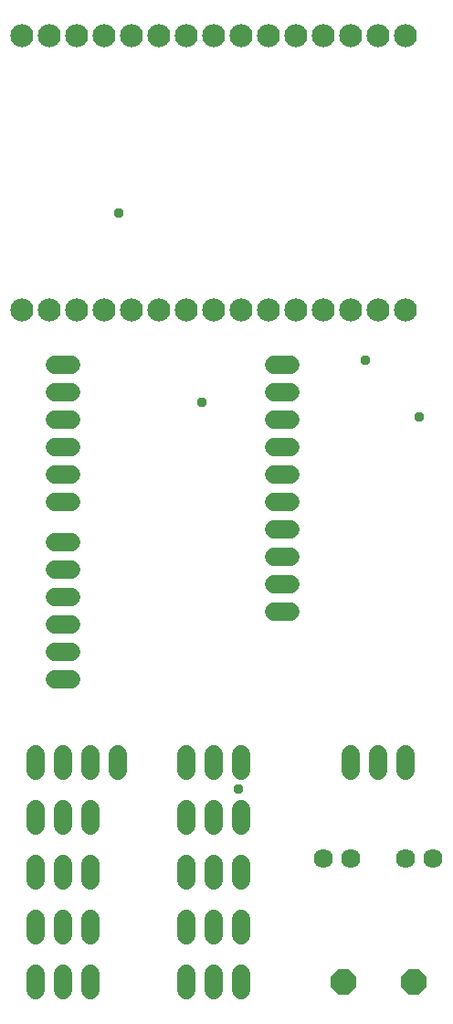
<source format=gbr>
G04 EAGLE Gerber RS-274X export*
G75*
%MOMM*%
%FSLAX34Y34*%
%LPD*%
%INSoldermask Top*%
%IPPOS*%
%AMOC8*
5,1,8,0,0,1.08239X$1,22.5*%
G01*
G04 Define Apertures*
%ADD10C,2.133600*%
%ADD11C,1.727200*%
%ADD12P,2.556822X8X22.500000*%
%ADD13C,1.784200*%
%ADD14C,0.959600*%
D10*
X-152300Y977888D03*
X-177700Y977888D03*
X-203100Y977888D03*
X-228500Y977888D03*
X-253900Y977888D03*
X-279300Y977888D03*
X-304700Y977888D03*
X-330100Y977888D03*
X-355500Y977888D03*
X-380900Y977888D03*
X-406300Y977888D03*
X-431700Y977888D03*
X-457100Y977888D03*
X-482500Y977888D03*
X-507900Y977888D03*
X-152300Y723838D03*
X-177700Y723838D03*
X-203100Y723838D03*
X-228500Y723838D03*
X-253900Y723838D03*
X-279300Y723838D03*
X-304700Y723838D03*
X-330100Y723838D03*
X-355500Y723838D03*
X-380900Y723838D03*
X-406300Y723838D03*
X-431700Y723838D03*
X-457100Y723838D03*
X-482500Y723838D03*
X-507900Y723838D03*
D11*
X-477520Y546100D02*
X-462280Y546100D01*
X-462280Y571500D02*
X-477520Y571500D01*
X-477520Y596900D02*
X-462280Y596900D01*
X-462280Y622300D02*
X-477520Y622300D01*
X-477520Y647700D02*
X-462280Y647700D01*
X-462280Y673100D02*
X-477520Y673100D01*
D12*
X-210312Y101600D03*
X-145288Y101600D03*
D11*
X-495300Y246380D02*
X-495300Y261620D01*
X-469900Y261620D02*
X-469900Y246380D01*
X-444500Y246380D02*
X-444500Y261620D01*
X-355600Y297180D02*
X-355600Y312420D01*
X-330200Y312420D02*
X-330200Y297180D01*
X-304800Y297180D02*
X-304800Y312420D01*
X-355600Y261620D02*
X-355600Y246380D01*
X-330200Y246380D02*
X-330200Y261620D01*
X-304800Y261620D02*
X-304800Y246380D01*
X-495300Y160020D02*
X-495300Y144780D01*
X-469900Y144780D02*
X-469900Y160020D01*
X-444500Y160020D02*
X-444500Y144780D01*
X-495300Y195580D02*
X-495300Y210820D01*
X-469900Y210820D02*
X-469900Y195580D01*
X-444500Y195580D02*
X-444500Y210820D01*
X-355600Y210820D02*
X-355600Y195580D01*
X-330200Y195580D02*
X-330200Y210820D01*
X-304800Y210820D02*
X-304800Y195580D01*
D13*
X-152400Y215900D03*
X-127000Y215900D03*
D11*
X-259080Y673100D02*
X-274320Y673100D01*
X-274320Y647700D02*
X-259080Y647700D01*
X-259080Y622300D02*
X-274320Y622300D01*
X-274320Y596900D02*
X-259080Y596900D01*
X-259080Y571500D02*
X-274320Y571500D01*
X-274320Y546100D02*
X-259080Y546100D01*
X-259080Y520700D02*
X-274320Y520700D01*
X-274320Y495300D02*
X-259080Y495300D01*
X-259080Y469900D02*
X-274320Y469900D01*
X-274320Y444500D02*
X-259080Y444500D01*
X-462280Y509016D02*
X-477520Y509016D01*
X-477520Y483616D02*
X-462280Y483616D01*
X-462280Y458216D02*
X-477520Y458216D01*
X-477520Y432816D02*
X-462280Y432816D01*
X-462280Y407416D02*
X-477520Y407416D01*
X-477520Y382016D02*
X-462280Y382016D01*
X-495300Y312420D02*
X-495300Y297180D01*
X-469900Y297180D02*
X-469900Y312420D01*
X-444500Y312420D02*
X-444500Y297180D01*
X-419100Y297180D02*
X-419100Y312420D01*
X-355600Y160020D02*
X-355600Y144780D01*
X-330200Y144780D02*
X-330200Y160020D01*
X-304800Y160020D02*
X-304800Y144780D01*
X-495300Y109220D02*
X-495300Y93980D01*
X-469900Y93980D02*
X-469900Y109220D01*
X-444500Y109220D02*
X-444500Y93980D01*
X-355600Y93980D02*
X-355600Y109220D01*
X-330200Y109220D02*
X-330200Y93980D01*
X-304800Y93980D02*
X-304800Y109220D01*
X-203200Y297180D02*
X-203200Y312420D01*
X-177800Y312420D02*
X-177800Y297180D01*
X-152400Y297180D02*
X-152400Y312420D01*
D13*
X-228600Y215900D03*
X-203200Y215900D03*
D14*
X-140000Y625000D03*
X-190000Y677500D03*
X-418750Y813750D03*
X-307500Y280000D03*
X-341250Y638750D03*
M02*

</source>
